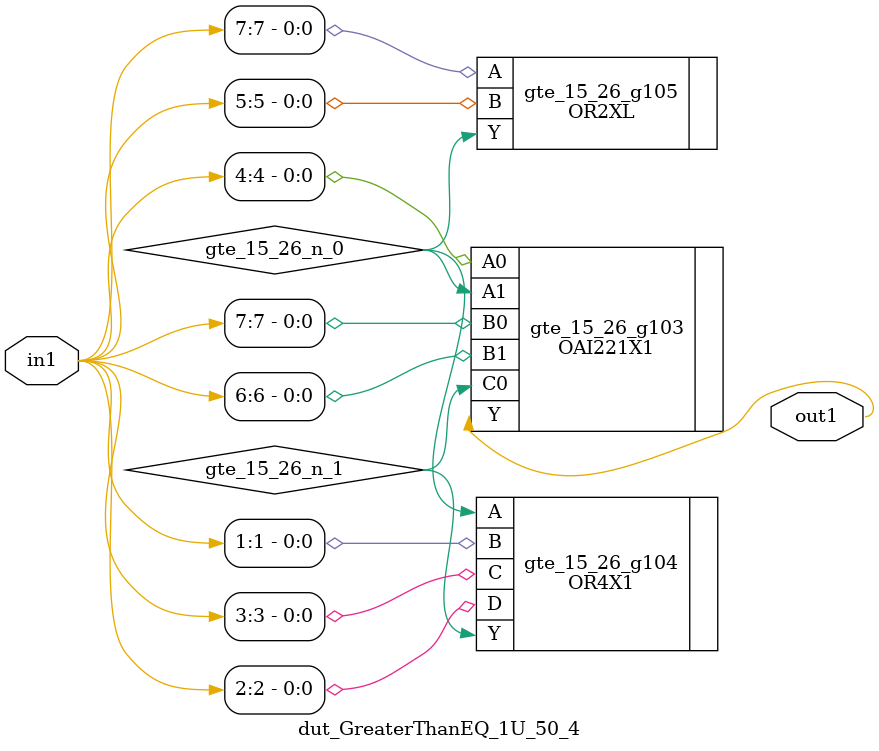
<source format=v>
`timescale 1ps / 1ps


module dut_GreaterThanEQ_1U_50_4(in1, out1);
  input [7:0] in1;
  output out1;
  wire [7:0] in1;
  wire out1;
  wire gte_15_26_n_0, gte_15_26_n_1;
  OAI221X1 gte_15_26_g103(.A0 (in1[4]), .A1 (gte_15_26_n_0), .B0
       (in1[7]), .B1 (in1[6]), .C0 (gte_15_26_n_1), .Y (out1));
  OR4X1 gte_15_26_g104(.A (gte_15_26_n_0), .B (in1[1]), .C (in1[3]), .D
       (in1[2]), .Y (gte_15_26_n_1));
  OR2XL gte_15_26_g105(.A (in1[7]), .B (in1[5]), .Y (gte_15_26_n_0));
endmodule



</source>
